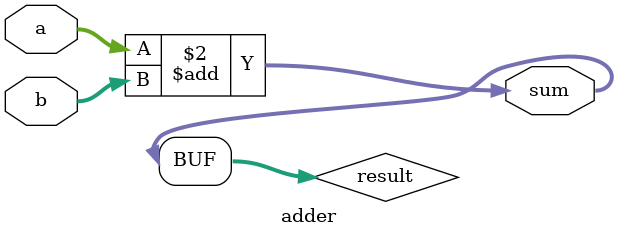
<source format=v>
/*
  This module is an adder of two inputs that are 32 bits (a,b) that are in Hex format and adds them together.
*/

module adder(a, b, sum);
 
  input  [31:0] a;     // 32bit a input
	input [31:0] b;     // 32bit b input
	output [31:0] sum;   // 32bit sum output
  reg [31:0] result;  //32bit register for storing
	
  always @ (*) 
  begin
    result = a + b; // calculates the addition of a and b
  end

  assign sum = result; //assigns the result to the returned sum value

endmodule // add32

/* **********************************************
// ***************** adder testbench for testing
// **********************************************
module adder_tb;

  reg [31:0] a_tb;
  reg [31:0] b_tb;
  wire [31:0] sum_tb;

  initial 
  begin
    $display("Adder Testbench");
    a_tb = 32'hFFFFFFFF;
    b_tb = 32'h0007;
    
    #100
    $display("Add: %h + %h = %h", a_tb, b_tb, sum_tb);
    
    $finish;
  end

  adder adder_tb(a_tb, b_tb, sum_tb);

endmodule
*/
</source>
